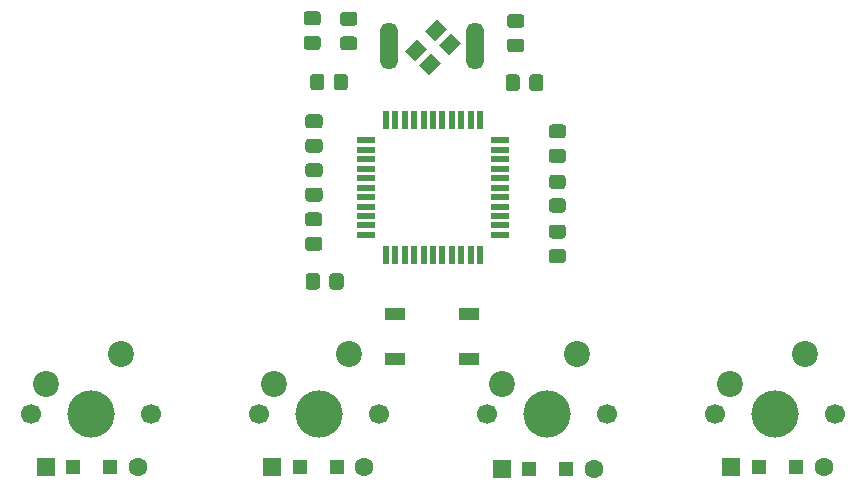
<source format=gbs>
%TF.GenerationSoftware,KiCad,Pcbnew,(5.1.9)-1*%
%TF.CreationDate,2021-01-03T12:45:44+00:00*%
%TF.ProjectId,Mechro_4K_PCB,4d656368-726f-45f3-944b-5f5043422e6b,rev?*%
%TF.SameCoordinates,Original*%
%TF.FileFunction,Soldermask,Bot*%
%TF.FilePolarity,Negative*%
%FSLAX46Y46*%
G04 Gerber Fmt 4.6, Leading zero omitted, Abs format (unit mm)*
G04 Created by KiCad (PCBNEW (5.1.9)-1) date 2021-01-03 12:45:44*
%MOMM*%
%LPD*%
G01*
G04 APERTURE LIST*
%ADD10C,1.600000*%
%ADD11R,1.600000X1.600000*%
%ADD12R,1.200000X1.200000*%
%ADD13O,1.500000X4.000000*%
%ADD14C,2.200000*%
%ADD15C,4.000000*%
%ADD16C,1.700000*%
%ADD17R,1.700000X1.000000*%
%ADD18R,1.500000X0.550000*%
%ADD19R,0.550000X1.500000*%
%ADD20C,0.100000*%
G04 APERTURE END LIST*
%TO.C,C1*%
G36*
G01*
X128062500Y-36306250D02*
X127112500Y-36306250D01*
G75*
G02*
X126862500Y-36056250I0J250000D01*
G01*
X126862500Y-35381250D01*
G75*
G02*
X127112500Y-35131250I250000J0D01*
G01*
X128062500Y-35131250D01*
G75*
G02*
X128312500Y-35381250I0J-250000D01*
G01*
X128312500Y-36056250D01*
G75*
G02*
X128062500Y-36306250I-250000J0D01*
G01*
G37*
G36*
G01*
X128062500Y-38381250D02*
X127112500Y-38381250D01*
G75*
G02*
X126862500Y-38131250I0J250000D01*
G01*
X126862500Y-37456250D01*
G75*
G02*
X127112500Y-37206250I250000J0D01*
G01*
X128062500Y-37206250D01*
G75*
G02*
X128312500Y-37456250I0J-250000D01*
G01*
X128312500Y-38131250D01*
G75*
G02*
X128062500Y-38381250I-250000J0D01*
G01*
G37*
%TD*%
%TO.C,C2*%
G36*
G01*
X142200000Y-38556250D02*
X141250000Y-38556250D01*
G75*
G02*
X141000000Y-38306250I0J250000D01*
G01*
X141000000Y-37631250D01*
G75*
G02*
X141250000Y-37381250I250000J0D01*
G01*
X142200000Y-37381250D01*
G75*
G02*
X142450000Y-37631250I0J-250000D01*
G01*
X142450000Y-38306250D01*
G75*
G02*
X142200000Y-38556250I-250000J0D01*
G01*
G37*
G36*
G01*
X142200000Y-36481250D02*
X141250000Y-36481250D01*
G75*
G02*
X141000000Y-36231250I0J250000D01*
G01*
X141000000Y-35556250D01*
G75*
G02*
X141250000Y-35306250I250000J0D01*
G01*
X142200000Y-35306250D01*
G75*
G02*
X142450000Y-35556250I0J-250000D01*
G01*
X142450000Y-36231250D01*
G75*
G02*
X142200000Y-36481250I-250000J0D01*
G01*
G37*
%TD*%
%TO.C,C3*%
G36*
G01*
X144775000Y-55218750D02*
X145725000Y-55218750D01*
G75*
G02*
X145975000Y-55468750I0J-250000D01*
G01*
X145975000Y-56143750D01*
G75*
G02*
X145725000Y-56393750I-250000J0D01*
G01*
X144775000Y-56393750D01*
G75*
G02*
X144525000Y-56143750I0J250000D01*
G01*
X144525000Y-55468750D01*
G75*
G02*
X144775000Y-55218750I250000J0D01*
G01*
G37*
G36*
G01*
X144775000Y-53143750D02*
X145725000Y-53143750D01*
G75*
G02*
X145975000Y-53393750I0J-250000D01*
G01*
X145975000Y-54068750D01*
G75*
G02*
X145725000Y-54318750I-250000J0D01*
G01*
X144775000Y-54318750D01*
G75*
G02*
X144525000Y-54068750I0J250000D01*
G01*
X144525000Y-53393750D01*
G75*
G02*
X144775000Y-53143750I250000J0D01*
G01*
G37*
%TD*%
%TO.C,C4*%
G36*
G01*
X144781250Y-44656250D02*
X145731250Y-44656250D01*
G75*
G02*
X145981250Y-44906250I0J-250000D01*
G01*
X145981250Y-45581250D01*
G75*
G02*
X145731250Y-45831250I-250000J0D01*
G01*
X144781250Y-45831250D01*
G75*
G02*
X144531250Y-45581250I0J250000D01*
G01*
X144531250Y-44906250D01*
G75*
G02*
X144781250Y-44656250I250000J0D01*
G01*
G37*
G36*
G01*
X144781250Y-46731250D02*
X145731250Y-46731250D01*
G75*
G02*
X145981250Y-46981250I0J-250000D01*
G01*
X145981250Y-47656250D01*
G75*
G02*
X145731250Y-47906250I-250000J0D01*
G01*
X144781250Y-47906250D01*
G75*
G02*
X144531250Y-47656250I0J250000D01*
G01*
X144531250Y-46981250D01*
G75*
G02*
X144781250Y-46731250I250000J0D01*
G01*
G37*
%TD*%
%TO.C,C5*%
G36*
G01*
X125125000Y-47062500D02*
X124175000Y-47062500D01*
G75*
G02*
X123925000Y-46812500I0J250000D01*
G01*
X123925000Y-46137500D01*
G75*
G02*
X124175000Y-45887500I250000J0D01*
G01*
X125125000Y-45887500D01*
G75*
G02*
X125375000Y-46137500I0J-250000D01*
G01*
X125375000Y-46812500D01*
G75*
G02*
X125125000Y-47062500I-250000J0D01*
G01*
G37*
G36*
G01*
X125125000Y-44987500D02*
X124175000Y-44987500D01*
G75*
G02*
X123925000Y-44737500I0J250000D01*
G01*
X123925000Y-44062500D01*
G75*
G02*
X124175000Y-43812500I250000J0D01*
G01*
X125125000Y-43812500D01*
G75*
G02*
X125375000Y-44062500I0J-250000D01*
G01*
X125375000Y-44737500D01*
G75*
G02*
X125125000Y-44987500I-250000J0D01*
G01*
G37*
%TD*%
%TO.C,C6*%
G36*
G01*
X124975000Y-36262500D02*
X124025000Y-36262500D01*
G75*
G02*
X123775000Y-36012500I0J250000D01*
G01*
X123775000Y-35337500D01*
G75*
G02*
X124025000Y-35087500I250000J0D01*
G01*
X124975000Y-35087500D01*
G75*
G02*
X125225000Y-35337500I0J-250000D01*
G01*
X125225000Y-36012500D01*
G75*
G02*
X124975000Y-36262500I-250000J0D01*
G01*
G37*
G36*
G01*
X124975000Y-38337500D02*
X124025000Y-38337500D01*
G75*
G02*
X123775000Y-38087500I0J250000D01*
G01*
X123775000Y-37412500D01*
G75*
G02*
X124025000Y-37162500I250000J0D01*
G01*
X124975000Y-37162500D01*
G75*
G02*
X125225000Y-37412500I0J-250000D01*
G01*
X125225000Y-38087500D01*
G75*
G02*
X124975000Y-38337500I-250000J0D01*
G01*
G37*
%TD*%
%TO.C,C7*%
G36*
G01*
X125098751Y-55356250D02*
X124148751Y-55356250D01*
G75*
G02*
X123898751Y-55106250I0J250000D01*
G01*
X123898751Y-54431250D01*
G75*
G02*
X124148751Y-54181250I250000J0D01*
G01*
X125098751Y-54181250D01*
G75*
G02*
X125348751Y-54431250I0J-250000D01*
G01*
X125348751Y-55106250D01*
G75*
G02*
X125098751Y-55356250I-250000J0D01*
G01*
G37*
G36*
G01*
X125098751Y-53281250D02*
X124148751Y-53281250D01*
G75*
G02*
X123898751Y-53031250I0J250000D01*
G01*
X123898751Y-52356250D01*
G75*
G02*
X124148751Y-52106250I250000J0D01*
G01*
X125098751Y-52106250D01*
G75*
G02*
X125348751Y-52356250I0J-250000D01*
G01*
X125348751Y-53031250D01*
G75*
G02*
X125098751Y-53281250I-250000J0D01*
G01*
G37*
%TD*%
%TO.C,C8*%
G36*
G01*
X125125000Y-49112500D02*
X124175000Y-49112500D01*
G75*
G02*
X123925000Y-48862500I0J250000D01*
G01*
X123925000Y-48187500D01*
G75*
G02*
X124175000Y-47937500I250000J0D01*
G01*
X125125000Y-47937500D01*
G75*
G02*
X125375000Y-48187500I0J-250000D01*
G01*
X125375000Y-48862500D01*
G75*
G02*
X125125000Y-49112500I-250000J0D01*
G01*
G37*
G36*
G01*
X125125000Y-51187500D02*
X124175000Y-51187500D01*
G75*
G02*
X123925000Y-50937500I0J250000D01*
G01*
X123925000Y-50262500D01*
G75*
G02*
X124175000Y-50012500I250000J0D01*
G01*
X125125000Y-50012500D01*
G75*
G02*
X125375000Y-50262500I0J-250000D01*
G01*
X125375000Y-50937500D01*
G75*
G02*
X125125000Y-51187500I-250000J0D01*
G01*
G37*
%TD*%
D10*
%TO.C,D1*%
X167800000Y-73700000D03*
D11*
X160000000Y-73700000D03*
D12*
X162325000Y-73700000D03*
X165475000Y-73700000D03*
%TD*%
%TO.C,D2*%
X126600000Y-73700000D03*
X123450000Y-73700000D03*
D11*
X121125000Y-73700000D03*
D10*
X128925000Y-73700000D03*
%TD*%
%TO.C,D3*%
X148350000Y-73818750D03*
D11*
X140550000Y-73818750D03*
D12*
X142875000Y-73818750D03*
X146025000Y-73818750D03*
%TD*%
%TO.C,D4*%
X107400000Y-73700000D03*
X104250000Y-73700000D03*
D11*
X101925000Y-73700000D03*
D10*
X109725000Y-73700000D03*
%TD*%
D13*
%TO.C,J1*%
X131025000Y-38000000D03*
X138325000Y-38000000D03*
%TD*%
D14*
%TO.C,K1*%
X166181250Y-64051251D03*
X159831250Y-66591251D03*
D15*
X163641250Y-69131251D03*
D16*
X158561250Y-69131251D03*
X168721250Y-69131251D03*
%TD*%
D14*
%TO.C,K2*%
X127590001Y-64051251D03*
X121240001Y-66591251D03*
D15*
X125050001Y-69131251D03*
D16*
X119970001Y-69131251D03*
X130130001Y-69131251D03*
%TD*%
%TO.C,K3*%
X149430001Y-69131251D03*
X139270001Y-69131251D03*
D15*
X144350001Y-69131251D03*
D14*
X140540001Y-66591251D03*
X146890001Y-64051251D03*
%TD*%
D16*
%TO.C,K4*%
X110821250Y-69131251D03*
X100661250Y-69131251D03*
D15*
X105741250Y-69131251D03*
D14*
X101931250Y-66591251D03*
X108281250Y-64051251D03*
%TD*%
%TO.C,R1*%
G36*
G01*
X123950000Y-58400001D02*
X123950000Y-57499999D01*
G75*
G02*
X124199999Y-57250000I249999J0D01*
G01*
X124900001Y-57250000D01*
G75*
G02*
X125150000Y-57499999I0J-249999D01*
G01*
X125150000Y-58400001D01*
G75*
G02*
X124900001Y-58650000I-249999J0D01*
G01*
X124199999Y-58650000D01*
G75*
G02*
X123950000Y-58400001I0J249999D01*
G01*
G37*
G36*
G01*
X125950000Y-58400001D02*
X125950000Y-57499999D01*
G75*
G02*
X126199999Y-57250000I249999J0D01*
G01*
X126900001Y-57250000D01*
G75*
G02*
X127150000Y-57499999I0J-249999D01*
G01*
X127150000Y-58400001D01*
G75*
G02*
X126900001Y-58650000I-249999J0D01*
G01*
X126199999Y-58650000D01*
G75*
G02*
X125950000Y-58400001I0J249999D01*
G01*
G37*
%TD*%
%TO.C,R2*%
G36*
G01*
X144799999Y-50925000D02*
X145700001Y-50925000D01*
G75*
G02*
X145950000Y-51174999I0J-249999D01*
G01*
X145950000Y-51875001D01*
G75*
G02*
X145700001Y-52125000I-249999J0D01*
G01*
X144799999Y-52125000D01*
G75*
G02*
X144550000Y-51875001I0J249999D01*
G01*
X144550000Y-51174999D01*
G75*
G02*
X144799999Y-50925000I249999J0D01*
G01*
G37*
G36*
G01*
X144799999Y-48925000D02*
X145700001Y-48925000D01*
G75*
G02*
X145950000Y-49174999I0J-249999D01*
G01*
X145950000Y-49875001D01*
G75*
G02*
X145700001Y-50125000I-249999J0D01*
G01*
X144799999Y-50125000D01*
G75*
G02*
X144550000Y-49875001I0J249999D01*
G01*
X144550000Y-49174999D01*
G75*
G02*
X144799999Y-48925000I249999J0D01*
G01*
G37*
%TD*%
%TO.C,R3*%
G36*
G01*
X140875000Y-41575001D02*
X140875000Y-40674999D01*
G75*
G02*
X141124999Y-40425000I249999J0D01*
G01*
X141825001Y-40425000D01*
G75*
G02*
X142075000Y-40674999I0J-249999D01*
G01*
X142075000Y-41575001D01*
G75*
G02*
X141825001Y-41825000I-249999J0D01*
G01*
X141124999Y-41825000D01*
G75*
G02*
X140875000Y-41575001I0J249999D01*
G01*
G37*
G36*
G01*
X142875000Y-41575001D02*
X142875000Y-40674999D01*
G75*
G02*
X143124999Y-40425000I249999J0D01*
G01*
X143825001Y-40425000D01*
G75*
G02*
X144075000Y-40674999I0J-249999D01*
G01*
X144075000Y-41575001D01*
G75*
G02*
X143825001Y-41825000I-249999J0D01*
G01*
X143124999Y-41825000D01*
G75*
G02*
X142875000Y-41575001I0J249999D01*
G01*
G37*
%TD*%
%TO.C,R4*%
G36*
G01*
X126325000Y-41525001D02*
X126325000Y-40624999D01*
G75*
G02*
X126574999Y-40375000I249999J0D01*
G01*
X127275001Y-40375000D01*
G75*
G02*
X127525000Y-40624999I0J-249999D01*
G01*
X127525000Y-41525001D01*
G75*
G02*
X127275001Y-41775000I-249999J0D01*
G01*
X126574999Y-41775000D01*
G75*
G02*
X126325000Y-41525001I0J249999D01*
G01*
G37*
G36*
G01*
X124325000Y-41525001D02*
X124325000Y-40624999D01*
G75*
G02*
X124574999Y-40375000I249999J0D01*
G01*
X125275001Y-40375000D01*
G75*
G02*
X125525000Y-40624999I0J-249999D01*
G01*
X125525000Y-41525001D01*
G75*
G02*
X125275001Y-41775000I-249999J0D01*
G01*
X124574999Y-41775000D01*
G75*
G02*
X124325000Y-41525001I0J249999D01*
G01*
G37*
%TD*%
D17*
%TO.C,SW1*%
X131500000Y-64500000D03*
X137800000Y-64500000D03*
X131500000Y-60700000D03*
X137800000Y-60700000D03*
%TD*%
D18*
%TO.C,U1*%
X129031250Y-54006250D03*
X129031250Y-53206250D03*
X129031250Y-52406250D03*
X129031250Y-51606250D03*
X129031250Y-50806250D03*
X129031250Y-50006250D03*
X129031250Y-49206250D03*
X129031250Y-48406250D03*
X129031250Y-47606250D03*
X129031250Y-46806250D03*
X129031250Y-46006250D03*
D19*
X130731250Y-44306250D03*
X131531250Y-44306250D03*
X132331250Y-44306250D03*
X133131250Y-44306250D03*
X133931250Y-44306250D03*
X134731250Y-44306250D03*
X135531250Y-44306250D03*
X136331250Y-44306250D03*
X137131250Y-44306250D03*
X137931250Y-44306250D03*
X138731250Y-44306250D03*
D18*
X140431250Y-46006250D03*
X140431250Y-46806250D03*
X140431250Y-47606250D03*
X140431250Y-48406250D03*
X140431250Y-49206250D03*
X140431250Y-50006250D03*
X140431250Y-50806250D03*
X140431250Y-51606250D03*
X140431250Y-52406250D03*
X140431250Y-53206250D03*
X140431250Y-54006250D03*
D19*
X138731250Y-55706250D03*
X137931250Y-55706250D03*
X137131250Y-55706250D03*
X136331250Y-55706250D03*
X135531250Y-55706250D03*
X134731250Y-55706250D03*
X133931250Y-55706250D03*
X133131250Y-55706250D03*
X132331250Y-55706250D03*
X131531250Y-55706250D03*
X130731250Y-55706250D03*
%TD*%
D20*
%TO.C,X1*%
G36*
X134413052Y-40468808D02*
G01*
X133564524Y-39620280D01*
X134554474Y-38630330D01*
X135403002Y-39478858D01*
X134413052Y-40468808D01*
G37*
G36*
X136110108Y-38771752D02*
G01*
X135261580Y-37923224D01*
X136251530Y-36933274D01*
X137100058Y-37781802D01*
X136110108Y-38771752D01*
G37*
G36*
X133210970Y-39266726D02*
G01*
X132362442Y-38418198D01*
X133352392Y-37428248D01*
X134200920Y-38276776D01*
X133210970Y-39266726D01*
G37*
G36*
X134908026Y-37569670D02*
G01*
X134059498Y-36721142D01*
X135049448Y-35731192D01*
X135897976Y-36579720D01*
X134908026Y-37569670D01*
G37*
%TD*%
M02*

</source>
